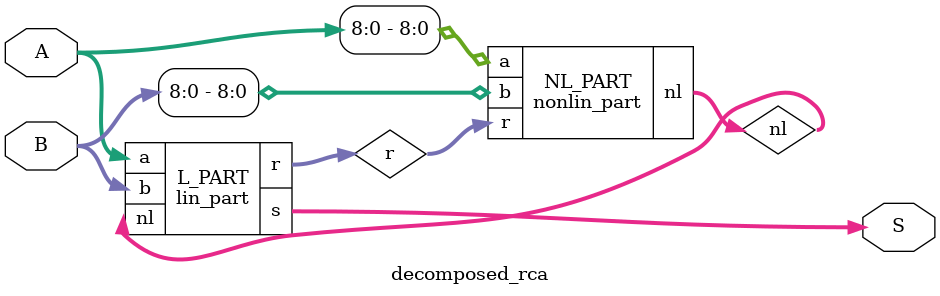
<source format=v>


module nonlin_part ( a, b, r, nl );
  input [8:0] a;
  input [8:0] b;
  input [6:0] r;
  output [24:0] nl;


  AN2D0 U1 ( .A1(r[1]), .A2(b[3]), .Z(nl[9]) );
  AN2D0 U2 ( .A1(a[3]), .A2(r[1]), .Z(nl[8]) );
  AN2D0 U3 ( .A1(a[3]), .A2(b[3]), .Z(nl[7]) );
  AN2D0 U4 ( .A1(r[0]), .A2(b[2]), .Z(nl[6]) );
  AN2D0 U5 ( .A1(a[2]), .A2(r[0]), .Z(nl[5]) );
  AN2D0 U6 ( .A1(a[2]), .A2(b[2]), .Z(nl[4]) );
  AN2D0 U7 ( .A1(b[1]), .A2(nl[0]), .Z(nl[3]) );
  AN2D0 U8 ( .A1(a[1]), .A2(nl[0]), .Z(nl[2]) );
  AN2D0 U9 ( .A1(r[6]), .A2(b[8]), .Z(nl[24]) );
  AN2D0 U10 ( .A1(a[8]), .A2(r[6]), .Z(nl[23]) );
  AN2D0 U11 ( .A1(a[8]), .A2(b[8]), .Z(nl[22]) );
  AN2D0 U12 ( .A1(r[5]), .A2(b[7]), .Z(nl[21]) );
  AN2D0 U13 ( .A1(a[7]), .A2(r[5]), .Z(nl[20]) );
  AN2D0 U14 ( .A1(a[1]), .A2(b[1]), .Z(nl[1]) );
  AN2D0 U15 ( .A1(a[7]), .A2(b[7]), .Z(nl[19]) );
  AN2D0 U16 ( .A1(r[4]), .A2(b[6]), .Z(nl[18]) );
  AN2D0 U17 ( .A1(a[6]), .A2(r[4]), .Z(nl[17]) );
  AN2D0 U18 ( .A1(a[6]), .A2(b[6]), .Z(nl[16]) );
  AN2D0 U19 ( .A1(r[3]), .A2(b[5]), .Z(nl[15]) );
  AN2D0 U20 ( .A1(a[5]), .A2(r[3]), .Z(nl[14]) );
  AN2D0 U21 ( .A1(a[5]), .A2(b[5]), .Z(nl[13]) );
  AN2D0 U22 ( .A1(r[2]), .A2(b[4]), .Z(nl[12]) );
  AN2D0 U23 ( .A1(a[4]), .A2(r[2]), .Z(nl[11]) );
  AN2D0 U24 ( .A1(a[4]), .A2(b[4]), .Z(nl[10]) );
  AN2D0 U25 ( .A1(b[0]), .A2(a[0]), .Z(nl[0]) );
endmodule


module lin_part ( a, b, nl, s, r );
  input [9:0] a;
  input [9:0] b;
  input [24:0] nl;
  output [9:0] s;
  output [6:0] r;
  wire   n1;

  XOR3D0 U1 ( .A1(b[9]), .A2(a[9]), .A3(n1), .Z(s[9]) );
  XOR3D0 U2 ( .A1(nl[24]), .A2(nl[23]), .A3(nl[22]), .Z(n1) );
  XOR3D0 U3 ( .A1(b[8]), .A2(a[8]), .A3(r[6]), .Z(s[8]) );
  XOR3D0 U4 ( .A1(b[7]), .A2(a[7]), .A3(r[5]), .Z(s[7]) );
  XOR3D0 U5 ( .A1(b[6]), .A2(a[6]), .A3(r[4]), .Z(s[6]) );
  XOR3D0 U6 ( .A1(b[5]), .A2(a[5]), .A3(r[3]), .Z(s[5]) );
  XOR3D0 U7 ( .A1(b[4]), .A2(a[4]), .A3(r[2]), .Z(s[4]) );
  XOR3D0 U8 ( .A1(b[3]), .A2(a[3]), .A3(r[1]), .Z(s[3]) );
  XOR3D0 U9 ( .A1(b[2]), .A2(a[2]), .A3(r[0]), .Z(s[2]) );
  XOR3D0 U10 ( .A1(nl[0]), .A2(b[1]), .A3(a[1]), .Z(s[1]) );
  XOR2D0 U11 ( .A1(b[0]), .A2(a[0]), .Z(s[0]) );
  XOR3D0 U12 ( .A1(nl[21]), .A2(nl[20]), .A3(nl[19]), .Z(r[6]) );
  XOR3D0 U13 ( .A1(nl[18]), .A2(nl[17]), .A3(nl[16]), .Z(r[5]) );
  XOR3D0 U14 ( .A1(nl[15]), .A2(nl[14]), .A3(nl[13]), .Z(r[4]) );
  XOR3D0 U15 ( .A1(nl[12]), .A2(nl[11]), .A3(nl[10]), .Z(r[3]) );
  XOR3D0 U16 ( .A1(nl[9]), .A2(nl[8]), .A3(nl[7]), .Z(r[2]) );
  XOR3D0 U17 ( .A1(nl[6]), .A2(nl[5]), .A3(nl[4]), .Z(r[1]) );
  XOR3D0 U18 ( .A1(nl[3]), .A2(nl[2]), .A3(nl[1]), .Z(r[0]) );
endmodule


module decomposed_rca ( A, B, S );
  input [9:0] A;
  input [9:0] B;
  output [9:0] S;

  wire   [6:0] r;
  wire   [24:0] nl;

  nonlin_part NL_PART ( .a(A[8:0]), .b(B[8:0]), .r(r), .nl(nl) );
  lin_part L_PART ( .a(A), .b(B), .nl(nl), .s(S), .r(r) );
endmodule


</source>
